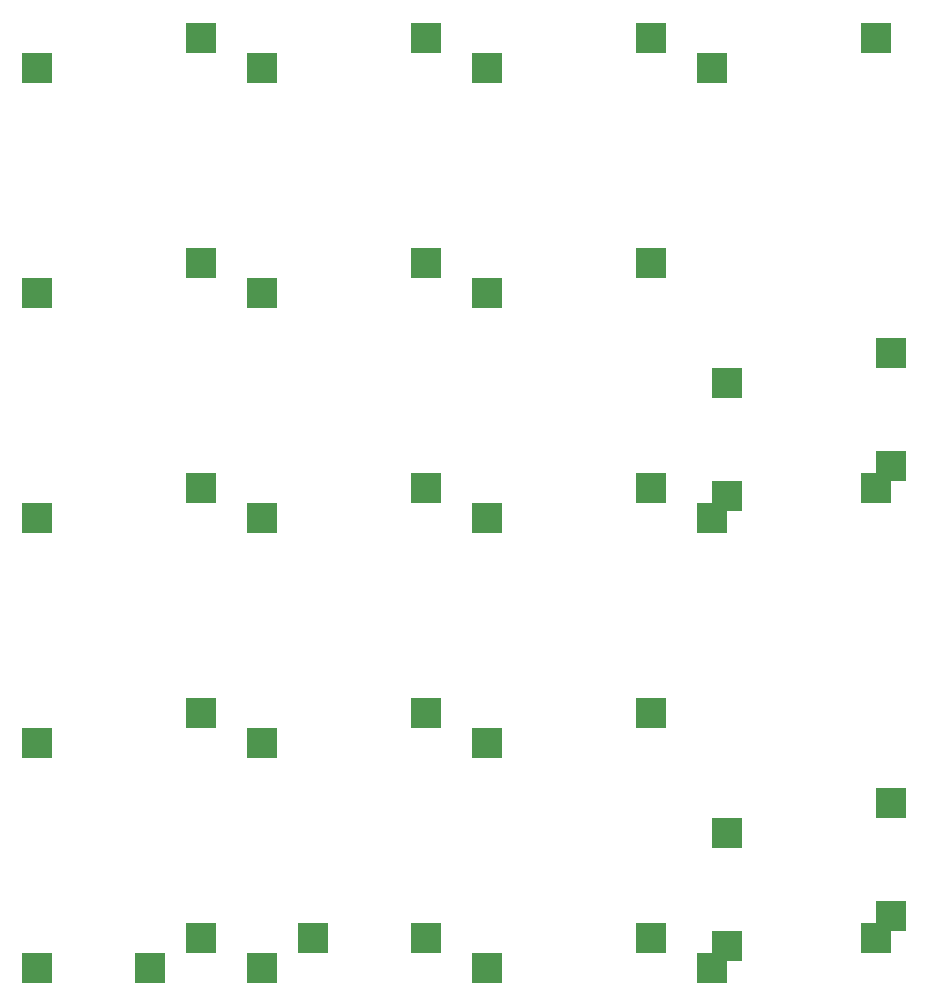
<source format=gbr>
%TF.GenerationSoftware,KiCad,Pcbnew,(5.1.9)-1*%
%TF.CreationDate,2021-08-24T14:53:50+02:00*%
%TF.ProjectId,unWired refernce,756e5769-7265-4642-9072-656665726e63,rev?*%
%TF.SameCoordinates,Original*%
%TF.FileFunction,Paste,Bot*%
%TF.FilePolarity,Positive*%
%FSLAX46Y46*%
G04 Gerber Fmt 4.6, Leading zero omitted, Abs format (unit mm)*
G04 Created by KiCad (PCBNEW (5.1.9)-1) date 2021-08-24 14:53:50*
%MOMM*%
%LPD*%
G01*
G04 APERTURE LIST*
%ADD10R,2.550000X2.500000*%
G04 APERTURE END LIST*
D10*
%TO.C,SW20*%
X116090000Y-122910000D03*
X129940000Y-120370000D03*
%TD*%
%TO.C,SW19*%
X97040000Y-122910000D03*
X110890000Y-120370000D03*
%TD*%
%TO.C,SW18*%
X77990000Y-122910000D03*
X91840000Y-120370000D03*
%TD*%
%TO.C,SW17*%
X58940000Y-122910000D03*
X72790000Y-120370000D03*
%TD*%
%TO.C,SW23*%
X68465000Y-122910000D03*
X82315000Y-120370000D03*
%TD*%
%TO.C,SW22*%
X131210000Y-118465000D03*
X117360000Y-121005000D03*
%TD*%
%TO.C,SW16*%
X117360000Y-111480000D03*
X131210000Y-108940000D03*
%TD*%
%TO.C,SW15*%
X97040000Y-103860000D03*
X110890000Y-101320000D03*
%TD*%
%TO.C,SW14*%
X77990000Y-103860000D03*
X91840000Y-101320000D03*
%TD*%
%TO.C,SW13*%
X58940000Y-103860000D03*
X72790000Y-101320000D03*
%TD*%
%TO.C,SW21*%
X131210000Y-80365000D03*
X117360000Y-82905000D03*
%TD*%
%TO.C,SW12*%
X116090000Y-84810000D03*
X129940000Y-82270000D03*
%TD*%
%TO.C,SW11*%
X97040000Y-84810000D03*
X110890000Y-82270000D03*
%TD*%
%TO.C,SW10*%
X77990000Y-84810000D03*
X91840000Y-82270000D03*
%TD*%
%TO.C,SW9*%
X58940000Y-84810000D03*
X72790000Y-82270000D03*
%TD*%
%TO.C,SW8*%
X131210000Y-70840000D03*
X117360000Y-73380000D03*
%TD*%
%TO.C,SW7*%
X97040000Y-65760000D03*
X110890000Y-63220000D03*
%TD*%
%TO.C,SW6*%
X77990000Y-65760000D03*
X91840000Y-63220000D03*
%TD*%
%TO.C,SW5*%
X58940000Y-65760000D03*
X72790000Y-63220000D03*
%TD*%
%TO.C,SW4*%
X116090000Y-46710000D03*
X129940000Y-44170000D03*
%TD*%
%TO.C,SW3*%
X97040000Y-46710000D03*
X110890000Y-44170000D03*
%TD*%
%TO.C,SW2*%
X77990000Y-46710000D03*
X91840000Y-44170000D03*
%TD*%
%TO.C,SW1*%
X58940000Y-46710000D03*
X72790000Y-44170000D03*
%TD*%
M02*

</source>
